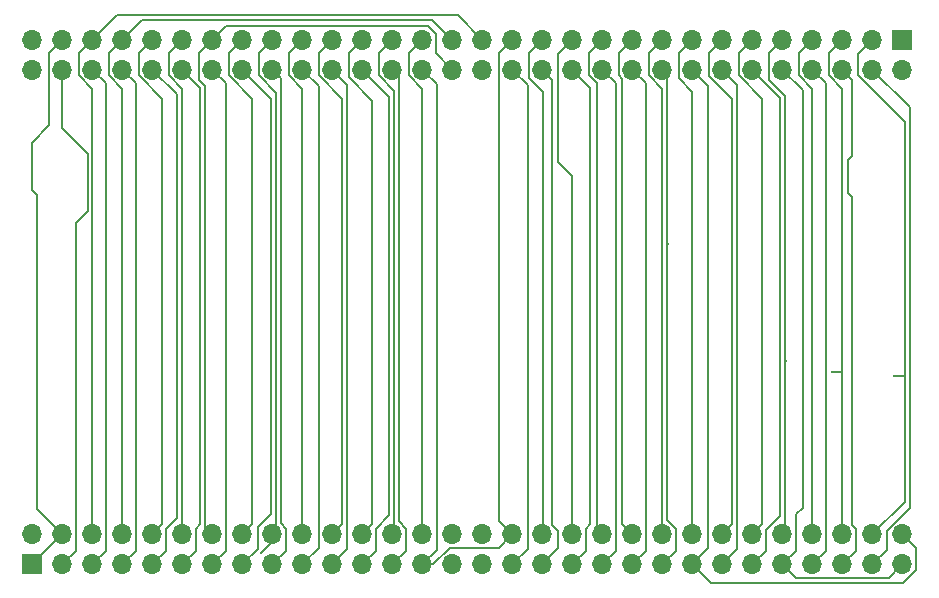
<source format=gbl>
G04 #@! TF.GenerationSoftware,KiCad,Pcbnew,8.0.1*
G04 #@! TF.CreationDate,2024-08-06T23:19:39+08:00*
G04 #@! TF.ProjectId,MatchBox v0.3,4d617463-6842-46f7-9820-76302e332e6b,rev?*
G04 #@! TF.SameCoordinates,Original*
G04 #@! TF.FileFunction,Copper,L2,Bot*
G04 #@! TF.FilePolarity,Positive*
%FSLAX46Y46*%
G04 Gerber Fmt 4.6, Leading zero omitted, Abs format (unit mm)*
G04 Created by KiCad (PCBNEW 8.0.1) date 2024-08-06 23:19:39*
%MOMM*%
%LPD*%
G01*
G04 APERTURE LIST*
G04 #@! TA.AperFunction,ComponentPad*
%ADD10R,1.700000X1.700000*%
G04 #@! TD*
G04 #@! TA.AperFunction,ComponentPad*
%ADD11O,1.700000X1.700000*%
G04 #@! TD*
G04 #@! TA.AperFunction,ViaPad*
%ADD12C,0.300000*%
G04 #@! TD*
G04 #@! TA.AperFunction,Conductor*
%ADD13C,0.200000*%
G04 #@! TD*
G04 APERTURE END LIST*
D10*
X82475000Y-109100000D03*
D11*
X82475000Y-106560000D03*
X85015000Y-109100000D03*
X85015000Y-106560000D03*
X87555000Y-109100000D03*
X87555000Y-106560000D03*
X90095000Y-109100000D03*
X90095000Y-106560000D03*
X92635000Y-109100000D03*
X92635000Y-106560000D03*
X95175000Y-109100000D03*
X95175000Y-106560000D03*
X97715000Y-109100000D03*
X97715000Y-106560000D03*
X100255000Y-109100000D03*
X100255000Y-106560000D03*
X102795000Y-109100000D03*
X102795000Y-106560000D03*
X105335000Y-109100000D03*
X105335000Y-106560000D03*
X107875000Y-109100000D03*
X107875000Y-106560000D03*
X110415000Y-109100000D03*
X110415000Y-106560000D03*
X112955000Y-109100000D03*
X112955000Y-106560000D03*
X115495000Y-109100000D03*
X115495000Y-106560000D03*
X118035000Y-109100000D03*
X118035000Y-106560000D03*
X120575000Y-109100000D03*
X120575000Y-106560000D03*
X123115000Y-109100000D03*
X123115000Y-106560000D03*
X125655000Y-109100000D03*
X125655000Y-106560000D03*
X128195000Y-109100000D03*
X128195000Y-106560000D03*
X130735000Y-109100000D03*
X130735000Y-106560000D03*
X133275000Y-109100000D03*
X133275000Y-106560000D03*
X135815000Y-109100000D03*
X135815000Y-106560000D03*
X138355000Y-109100000D03*
X138355000Y-106560000D03*
X140895000Y-109100000D03*
X140895000Y-106560000D03*
X143435000Y-109100000D03*
X143435000Y-106560000D03*
X145975000Y-109100000D03*
X145975000Y-106560000D03*
X148515000Y-109100000D03*
X148515000Y-106560000D03*
X151055000Y-109100000D03*
X151055000Y-106560000D03*
X153595000Y-109100000D03*
X153595000Y-106560000D03*
X156135000Y-109100000D03*
X156135000Y-106560000D03*
X82475000Y-67240000D03*
X82475000Y-64700000D03*
X85015000Y-67240000D03*
X85015000Y-64700000D03*
X87555000Y-67240000D03*
X87555000Y-64700000D03*
X90095000Y-67240000D03*
X90095000Y-64700000D03*
X92635000Y-67240000D03*
X92635000Y-64700000D03*
X95175000Y-67240000D03*
X95175000Y-64700000D03*
X97715000Y-67240000D03*
X97715000Y-64700000D03*
X100255000Y-67240000D03*
X100255000Y-64700000D03*
X102795000Y-67240000D03*
X102795000Y-64700000D03*
X105335000Y-67240000D03*
X105335000Y-64700000D03*
X107875000Y-67240000D03*
X107875000Y-64700000D03*
X110415000Y-67240000D03*
X110415000Y-64700000D03*
X112955000Y-67240000D03*
X112955000Y-64700000D03*
X115495000Y-67240000D03*
X115495000Y-64700000D03*
X118035000Y-67240000D03*
X118035000Y-64700000D03*
X120575000Y-67240000D03*
X120575000Y-64700000D03*
X123115000Y-67240000D03*
X123115000Y-64700000D03*
X125655000Y-67240000D03*
X125655000Y-64700000D03*
X128195000Y-67240000D03*
X128195000Y-64700000D03*
X130735000Y-67240000D03*
X130735000Y-64700000D03*
X133275000Y-67240000D03*
X133275000Y-64700000D03*
X135815000Y-67240000D03*
X135815000Y-64700000D03*
X138355000Y-67240000D03*
X138355000Y-64700000D03*
X140895000Y-67240000D03*
X140895000Y-64700000D03*
X143435000Y-67240000D03*
X143435000Y-64700000D03*
X145975000Y-67240000D03*
X145975000Y-64700000D03*
X148515000Y-67240000D03*
X148515000Y-64700000D03*
X151055000Y-67240000D03*
X151055000Y-64700000D03*
X153595000Y-67240000D03*
X153595000Y-64700000D03*
X156135000Y-67240000D03*
D10*
X156135000Y-64700000D03*
D12*
X136265000Y-82000000D03*
X121965000Y-87800000D03*
X125700000Y-88200000D03*
X128195000Y-88600000D03*
X130258654Y-89100000D03*
X132425000Y-89600000D03*
X135765000Y-90100000D03*
X138355000Y-90500000D03*
X141695000Y-90900000D03*
X144285000Y-91350000D03*
X146250000Y-91850000D03*
X148515000Y-92200000D03*
X150200000Y-92800000D03*
X155400000Y-93200000D03*
X101815699Y-108175699D03*
D13*
X87155000Y-79186270D02*
X86165000Y-80176270D01*
X87155000Y-74340000D02*
X87155000Y-79186270D01*
X85015000Y-72200000D02*
X87155000Y-74340000D01*
X85015000Y-67240000D02*
X85015000Y-72200000D01*
X152205000Y-107950000D02*
X151055000Y-109100000D01*
X151560000Y-77635000D02*
X151905000Y-77980000D01*
X151905000Y-77980000D02*
X151905000Y-105783654D01*
X151560000Y-74860000D02*
X151560000Y-77635000D01*
X151905000Y-74515000D02*
X151560000Y-74860000D01*
X151905000Y-68090000D02*
X151905000Y-74515000D01*
X151905000Y-105783654D02*
X152205000Y-106083654D01*
X151055000Y-67240000D02*
X151905000Y-68090000D01*
X152205000Y-106083654D02*
X152205000Y-107950000D01*
X89655000Y-62600000D02*
X87555000Y-64700000D01*
X118475000Y-62600000D02*
X89655000Y-62600000D01*
X120575000Y-64700000D02*
X118475000Y-62600000D01*
X116335000Y-63000000D02*
X91795000Y-63000000D01*
X91795000Y-63000000D02*
X90095000Y-64700000D01*
X118035000Y-64700000D02*
X116335000Y-63000000D01*
X98865000Y-63550000D02*
X97715000Y-64700000D01*
X115971346Y-63550000D02*
X98865000Y-63550000D01*
X116645000Y-64223654D02*
X115971346Y-63550000D01*
X116645000Y-65850000D02*
X116645000Y-64223654D01*
X118035000Y-67240000D02*
X116645000Y-65850000D01*
X148515000Y-92200000D02*
X148515000Y-68866346D01*
X148515000Y-106560000D02*
X148515000Y-92200000D01*
X150200000Y-92800000D02*
X151055000Y-92800000D01*
X151055000Y-92800000D02*
X151055000Y-68866346D01*
X151055000Y-106560000D02*
X151055000Y-92800000D01*
X155400000Y-93200000D02*
X156350000Y-93200000D01*
X156350000Y-93200000D02*
X156350000Y-71621346D01*
X156350000Y-103805000D02*
X156350000Y-93200000D01*
X101815699Y-108175699D02*
X102795000Y-107196398D01*
X102795000Y-107196398D02*
X102795000Y-106560000D01*
X121965000Y-107710000D02*
X123115000Y-106560000D01*
X117798654Y-107710000D02*
X121965000Y-107710000D01*
X116408654Y-109100000D02*
X117798654Y-107710000D01*
X115495000Y-109100000D02*
X116408654Y-109100000D01*
X157285000Y-109576346D02*
X157285000Y-107710000D01*
X156211346Y-110650000D02*
X157285000Y-109576346D01*
X157285000Y-107710000D02*
X156135000Y-106560000D01*
X139905000Y-110650000D02*
X156211346Y-110650000D01*
X138355000Y-109100000D02*
X139905000Y-110650000D01*
X154985000Y-110250000D02*
X156135000Y-109100000D01*
X147125000Y-110250000D02*
X154985000Y-110250000D01*
X145975000Y-109100000D02*
X147125000Y-110250000D01*
X82475000Y-109100000D02*
X85015000Y-106560000D01*
X154800000Y-106268654D02*
X154800000Y-107895000D01*
X156750000Y-104318654D02*
X154800000Y-106268654D01*
X154800000Y-107895000D02*
X153595000Y-109100000D01*
X153595000Y-67240000D02*
X156750000Y-70395000D01*
X156750000Y-70395000D02*
X156750000Y-104318654D01*
X152400000Y-65895000D02*
X153595000Y-64700000D01*
X156350000Y-71621346D02*
X152400000Y-67671346D01*
X152400000Y-67671346D02*
X152400000Y-65895000D01*
X153595000Y-106560000D02*
X156350000Y-103805000D01*
X149905000Y-65850000D02*
X151055000Y-64700000D01*
X151055000Y-68866346D02*
X149905000Y-67716346D01*
X149905000Y-67716346D02*
X149905000Y-65850000D01*
X149665000Y-107950000D02*
X148515000Y-109100000D01*
X149665000Y-68390000D02*
X149665000Y-107950000D01*
X148515000Y-67240000D02*
X149665000Y-68390000D01*
X147365000Y-65850000D02*
X148515000Y-64700000D01*
X147365000Y-67716346D02*
X147365000Y-65850000D01*
X148515000Y-68866346D02*
X147365000Y-67716346D01*
X147700000Y-104300000D02*
X147125000Y-104875000D01*
X147125000Y-107950000D02*
X145975000Y-109100000D01*
X147700000Y-68965000D02*
X147700000Y-104300000D01*
X145975000Y-67240000D02*
X147700000Y-68965000D01*
X147125000Y-104875000D02*
X147125000Y-107950000D01*
X144825000Y-68064314D02*
X144825000Y-65850000D01*
X146200000Y-69439314D02*
X144825000Y-68064314D01*
X146200000Y-106335000D02*
X146200000Y-69439314D01*
X144825000Y-65850000D02*
X145975000Y-64700000D01*
X145975000Y-106560000D02*
X146200000Y-106335000D01*
X144585000Y-106215000D02*
X144585000Y-107950000D01*
X144585000Y-107950000D02*
X143435000Y-109100000D01*
X145800000Y-69605000D02*
X145800000Y-105000000D01*
X143435000Y-67240000D02*
X145800000Y-69605000D01*
X145800000Y-105000000D02*
X144585000Y-106215000D01*
X142285000Y-65850000D02*
X143435000Y-64700000D01*
X142285000Y-67716346D02*
X142285000Y-65850000D01*
X144285000Y-69716346D02*
X142285000Y-67716346D01*
X144285000Y-105710000D02*
X144285000Y-69716346D01*
X143435000Y-106560000D02*
X144285000Y-105710000D01*
X142145000Y-68490000D02*
X142145000Y-107850000D01*
X140895000Y-67240000D02*
X142145000Y-68490000D01*
X142145000Y-107850000D02*
X140895000Y-109100000D01*
X139745000Y-67745000D02*
X139745000Y-65850000D01*
X139745000Y-65850000D02*
X140895000Y-64700000D01*
X141745000Y-69745000D02*
X139745000Y-67745000D01*
X141745000Y-105710000D02*
X141745000Y-69745000D01*
X140895000Y-106560000D02*
X141745000Y-105710000D01*
X139700000Y-107755000D02*
X138355000Y-109100000D01*
X139700000Y-68585000D02*
X139700000Y-107755000D01*
X138355000Y-67240000D02*
X139700000Y-68585000D01*
X137205000Y-65850000D02*
X138355000Y-64700000D01*
X137205000Y-67956346D02*
X137205000Y-65850000D01*
X138355000Y-69106346D02*
X137205000Y-67956346D01*
X138355000Y-106560000D02*
X138355000Y-69106346D01*
X136965000Y-107950000D02*
X135815000Y-109100000D01*
X136215000Y-67640000D02*
X136215000Y-105333654D01*
X136965000Y-106083654D02*
X136965000Y-107950000D01*
X135815000Y-67240000D02*
X136215000Y-67640000D01*
X136215000Y-105333654D02*
X136965000Y-106083654D01*
X134665000Y-65850000D02*
X135815000Y-64700000D01*
X134665000Y-67716346D02*
X134665000Y-65850000D01*
X135815000Y-68866346D02*
X134665000Y-67716346D01*
X135815000Y-106560000D02*
X135815000Y-68866346D01*
X134425000Y-68390000D02*
X134425000Y-107950000D01*
X133275000Y-67240000D02*
X134425000Y-68390000D01*
X134425000Y-107950000D02*
X133275000Y-109100000D01*
X132125000Y-65850000D02*
X133275000Y-64700000D01*
X132125000Y-67716346D02*
X132125000Y-65850000D01*
X132425000Y-68016346D02*
X132125000Y-67716346D01*
X133275000Y-106560000D02*
X132425000Y-105710000D01*
X132425000Y-105710000D02*
X132425000Y-68016346D01*
X131885000Y-68390000D02*
X131885000Y-107950000D01*
X131885000Y-107950000D02*
X130735000Y-109100000D01*
X130735000Y-67240000D02*
X131885000Y-68390000D01*
X129585000Y-67716346D02*
X129585000Y-65850000D01*
X129585000Y-65850000D02*
X130735000Y-64700000D01*
X130258654Y-106083654D02*
X130258654Y-68390000D01*
X130258654Y-68390000D02*
X129585000Y-67716346D01*
X130735000Y-106560000D02*
X130258654Y-106083654D01*
X129345000Y-107950000D02*
X128195000Y-109100000D01*
X129345000Y-106083654D02*
X129345000Y-107950000D01*
X129700000Y-68745000D02*
X129700000Y-105728654D01*
X129700000Y-105728654D02*
X129345000Y-106083654D01*
X128195000Y-67240000D02*
X129700000Y-68745000D01*
X127000000Y-75051472D02*
X127000000Y-65895000D01*
X128195000Y-76246472D02*
X127000000Y-75051472D01*
X128195000Y-106560000D02*
X128195000Y-76246472D01*
X127000000Y-65895000D02*
X128195000Y-64700000D01*
X127000000Y-106278654D02*
X127000000Y-107755000D01*
X127000000Y-107755000D02*
X125655000Y-109100000D01*
X126500000Y-105778654D02*
X127000000Y-106278654D01*
X126500000Y-68085000D02*
X126500000Y-105778654D01*
X125655000Y-67240000D02*
X126500000Y-68085000D01*
X124505000Y-67905000D02*
X124505000Y-65850000D01*
X125700000Y-69100000D02*
X124505000Y-67905000D01*
X124505000Y-65850000D02*
X125655000Y-64700000D01*
X125700000Y-106515000D02*
X125700000Y-69100000D01*
X125655000Y-106560000D02*
X125700000Y-106515000D01*
X124400000Y-68525000D02*
X124400000Y-107815000D01*
X123115000Y-67240000D02*
X124400000Y-68525000D01*
X124400000Y-107815000D02*
X123115000Y-109100000D01*
X121965000Y-105410000D02*
X121965000Y-65850000D01*
X121965000Y-65850000D02*
X123115000Y-64700000D01*
X123115000Y-106560000D02*
X121965000Y-105410000D01*
X116700000Y-107895000D02*
X115495000Y-109100000D01*
X116700000Y-68445000D02*
X116700000Y-107895000D01*
X115495000Y-67240000D02*
X116700000Y-68445000D01*
X114345000Y-65850000D02*
X115495000Y-64700000D01*
X114345000Y-67716346D02*
X114345000Y-65850000D01*
X115495000Y-106560000D02*
X115495000Y-68866346D01*
X115495000Y-68866346D02*
X114345000Y-67716346D01*
X114105000Y-107950000D02*
X112955000Y-109100000D01*
X113500000Y-67785000D02*
X113500000Y-105478654D01*
X113500000Y-105478654D02*
X114105000Y-106083654D01*
X114105000Y-106083654D02*
X114105000Y-107950000D01*
X112955000Y-67240000D02*
X113500000Y-67785000D01*
X111805000Y-67716346D02*
X111805000Y-65850000D01*
X113100000Y-69011346D02*
X111805000Y-67716346D01*
X113100000Y-106415000D02*
X113100000Y-69011346D01*
X112955000Y-106560000D02*
X113100000Y-106415000D01*
X111805000Y-65850000D02*
X112955000Y-64700000D01*
X111565000Y-107950000D02*
X110415000Y-109100000D01*
X112700000Y-69525000D02*
X112700000Y-104948654D01*
X112700000Y-104948654D02*
X111565000Y-106083654D01*
X111565000Y-106083654D02*
X111565000Y-107950000D01*
X110415000Y-67240000D02*
X112700000Y-69525000D01*
X109265000Y-67865000D02*
X109265000Y-65850000D01*
X111265000Y-69865000D02*
X109265000Y-67865000D01*
X109265000Y-65850000D02*
X110415000Y-64700000D01*
X111265000Y-105710000D02*
X111265000Y-69865000D01*
X110415000Y-106560000D02*
X111265000Y-105710000D01*
X109125000Y-107850000D02*
X107875000Y-109100000D01*
X109125000Y-68490000D02*
X109125000Y-107850000D01*
X107875000Y-67240000D02*
X109125000Y-68490000D01*
X106725000Y-65850000D02*
X107875000Y-64700000D01*
X106725000Y-67716346D02*
X106725000Y-65850000D01*
X108725000Y-69716346D02*
X106725000Y-67716346D01*
X108725000Y-105710000D02*
X108725000Y-69716346D01*
X107875000Y-106560000D02*
X108725000Y-105710000D01*
X106700000Y-107735000D02*
X105335000Y-109100000D01*
X106700000Y-68605000D02*
X106700000Y-107735000D01*
X105335000Y-67240000D02*
X106700000Y-68605000D01*
X104185000Y-67716346D02*
X104185000Y-65850000D01*
X105335000Y-68866346D02*
X104185000Y-67716346D01*
X105335000Y-106560000D02*
X105335000Y-68866346D01*
X104185000Y-65850000D02*
X105335000Y-64700000D01*
X103945000Y-107950000D02*
X102795000Y-109100000D01*
X103945000Y-106083654D02*
X103945000Y-107950000D01*
X103500000Y-105638654D02*
X103945000Y-106083654D01*
X102795000Y-67240000D02*
X103500000Y-67945000D01*
X103500000Y-67945000D02*
X103500000Y-105638654D01*
X101645000Y-67716346D02*
X101645000Y-65850000D01*
X103100000Y-69171346D02*
X101645000Y-67716346D01*
X101645000Y-65850000D02*
X102795000Y-64700000D01*
X103100000Y-106255000D02*
X103100000Y-69171346D01*
X102795000Y-106560000D02*
X103100000Y-106255000D01*
X101555000Y-107800000D02*
X100255000Y-109100000D01*
X101555000Y-105983654D02*
X101555000Y-107800000D01*
X102700000Y-104838654D02*
X101555000Y-105983654D01*
X102700000Y-69685000D02*
X102700000Y-104838654D01*
X100255000Y-67240000D02*
X102700000Y-69685000D01*
X99105000Y-65850000D02*
X100255000Y-64700000D01*
X101105000Y-105710000D02*
X101105000Y-69716346D01*
X101105000Y-69716346D02*
X99105000Y-67716346D01*
X100255000Y-106560000D02*
X101105000Y-105710000D01*
X99105000Y-67716346D02*
X99105000Y-65850000D01*
X98865000Y-107950000D02*
X97715000Y-109100000D01*
X98865000Y-68390000D02*
X98865000Y-107950000D01*
X97715000Y-67240000D02*
X98865000Y-68390000D01*
X97100000Y-68599314D02*
X96565000Y-68064314D01*
X97100000Y-105945000D02*
X97100000Y-68599314D01*
X96565000Y-65850000D02*
X97715000Y-64700000D01*
X97715000Y-106560000D02*
X97100000Y-105945000D01*
X96565000Y-68064314D02*
X96565000Y-65850000D01*
X96325000Y-107950000D02*
X95175000Y-109100000D01*
X96325000Y-106083654D02*
X96325000Y-107950000D01*
X96700000Y-68765000D02*
X96700000Y-105708654D01*
X95175000Y-67240000D02*
X96700000Y-68765000D01*
X96700000Y-105708654D02*
X96325000Y-106083654D01*
X94025000Y-67716346D02*
X94025000Y-65850000D01*
X94025000Y-65850000D02*
X95175000Y-64700000D01*
X95175000Y-68866346D02*
X94025000Y-67716346D01*
X95175000Y-106560000D02*
X95175000Y-68866346D01*
X93785000Y-107950000D02*
X92635000Y-109100000D01*
X93785000Y-106083654D02*
X93785000Y-107950000D01*
X94700000Y-105168654D02*
X93785000Y-106083654D01*
X94700000Y-69305000D02*
X94700000Y-105168654D01*
X92635000Y-67240000D02*
X94700000Y-69305000D01*
X91485000Y-65850000D02*
X92635000Y-64700000D01*
X93485000Y-69716346D02*
X91485000Y-67716346D01*
X93485000Y-105710000D02*
X93485000Y-69716346D01*
X91485000Y-67716346D02*
X91485000Y-65850000D01*
X92635000Y-106560000D02*
X93485000Y-105710000D01*
X91245000Y-107950000D02*
X90095000Y-109100000D01*
X91245000Y-68390000D02*
X91245000Y-107950000D01*
X90095000Y-67240000D02*
X91245000Y-68390000D01*
X88945000Y-65850000D02*
X90095000Y-64700000D01*
X90095000Y-68866346D02*
X88945000Y-67716346D01*
X90095000Y-106560000D02*
X90095000Y-68866346D01*
X88945000Y-67716346D02*
X88945000Y-65850000D01*
X88705000Y-107950000D02*
X87555000Y-109100000D01*
X87555000Y-67240000D02*
X88705000Y-68390000D01*
X88705000Y-68390000D02*
X88705000Y-107950000D01*
X86405000Y-65850000D02*
X87555000Y-64700000D01*
X86405000Y-67716346D02*
X86405000Y-65850000D01*
X87555000Y-68866346D02*
X86405000Y-67716346D01*
X87555000Y-106560000D02*
X87555000Y-68866346D01*
X86165000Y-107950000D02*
X85015000Y-109100000D01*
X86165000Y-80176270D02*
X86165000Y-107950000D01*
X83865000Y-71935000D02*
X83865000Y-65850000D01*
X82400000Y-77400000D02*
X82400000Y-73400000D01*
X82400000Y-73400000D02*
X83865000Y-71935000D01*
X82850000Y-104395000D02*
X82850000Y-77850000D01*
X82850000Y-77850000D02*
X82400000Y-77400000D01*
X85015000Y-106560000D02*
X82850000Y-104395000D01*
X83865000Y-65850000D02*
X85015000Y-64700000D01*
M02*

</source>
